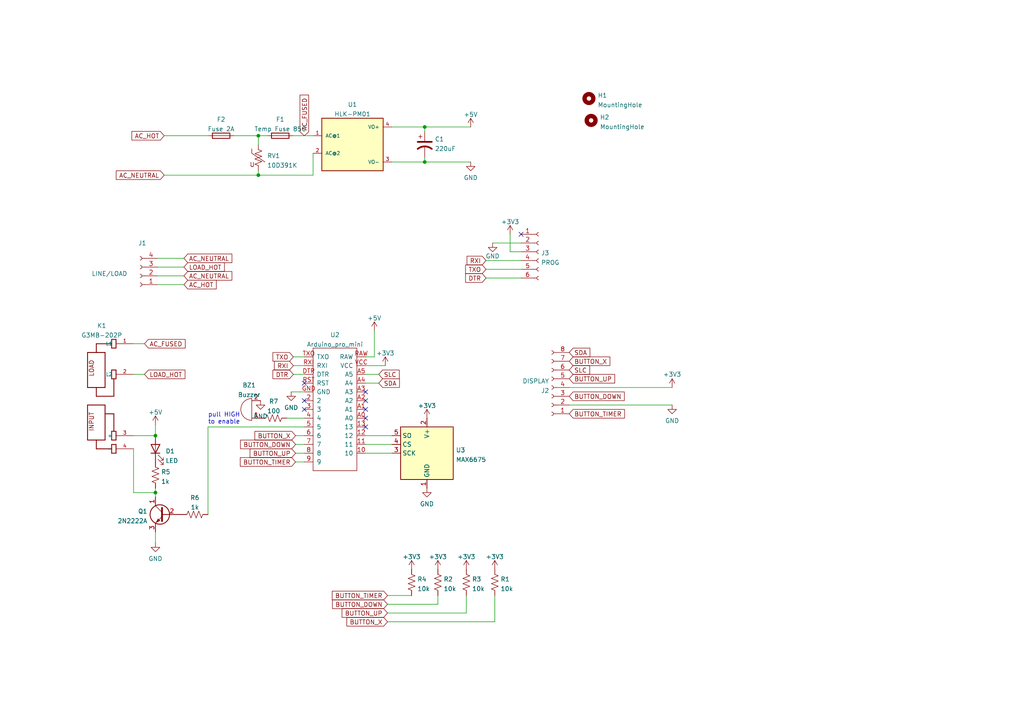
<source format=kicad_sch>
(kicad_sch (version 20211123) (generator eeschema)
  (paper "A4")
  (lib_symbols
    (symbol "!my-kicad-library:Arduino_pro_mini" (pin_names (offset 1.016))
      (property "Reference" "U" (at -15.24 -2.54 0))
      (property "Value" "Arduino_pro_mini" (at 0 -20.32 0))
      (symbol "Arduino_pro_mini_0_1"
        (rectangle (start -6.35 17.78) (end 6.35 -17.78))
      )
      (symbol "Arduino_pro_mini_1_1"
        (pin bidirectional line (at 8.89 -12.7 180) (length 2.54) (name "10") (number "10"))
        (pin bidirectional line (at 8.89 -10.16 180) (length 2.54) (name "11") (number "11"))
        (pin bidirectional line (at 8.89 -7.62 180) (length 2.54) (name "12") (number "12"))
        (pin bidirectional line (at 8.89 -5.08 180) (length 2.54) (name "13") (number "13"))
        (pin bidirectional line (at -8.89 2.54 0) (length 2.54) (name "2") (number "2"))
        (pin bidirectional line (at -8.89 0 0) (length 2.54) (name "3") (number "3"))
        (pin bidirectional line (at -8.89 -2.54 0) (length 2.54) (name "4") (number "4"))
        (pin bidirectional line (at -8.89 -5.08 0) (length 2.54) (name "5") (number "5"))
        (pin bidirectional line (at -8.89 -7.62 0) (length 2.54) (name "6") (number "6"))
        (pin bidirectional line (at -8.89 -10.16 0) (length 2.54) (name "7") (number "7"))
        (pin bidirectional line (at -8.89 -12.7 0) (length 2.54) (name "8") (number "8"))
        (pin bidirectional line (at -8.89 -15.24 0) (length 2.54) (name "9") (number "9"))
        (pin input line (at 8.89 -2.54 180) (length 2.54) (name "A0") (number "A0"))
        (pin input line (at 8.89 0 180) (length 2.54) (name "A1") (number "A1"))
        (pin input line (at 8.89 2.54 180) (length 2.54) (name "A2") (number "A2"))
        (pin input line (at 8.89 5.08 180) (length 2.54) (name "A3") (number "A3"))
        (pin input line (at 8.89 7.62 180) (length 2.54) (name "A4") (number "A4"))
        (pin input line (at 8.89 10.16 180) (length 2.54) (name "A5") (number "A5"))
        (pin input line (at -8.89 10.16 0) (length 2.54) (name "DTR") (number "DTR"))
        (pin power_in line (at -8.89 5.08 0) (length 2.54) (name "GND") (number "GND"))
        (pin power_in line (at 8.89 15.24 180) (length 2.54) (name "RAW") (number "RAW"))
        (pin input line (at -8.89 7.62 0) (length 2.54) (name "RST") (number "RST"))
        (pin input line (at -8.89 12.7 0) (length 2.54) (name "RXI") (number "RXI"))
        (pin input line (at -8.89 15.24 0) (length 2.54) (name "TXO") (number "TXO"))
        (pin power_in line (at 8.89 12.7 180) (length 2.54) (name "VCC") (number "VCC"))
      )
    )
    (symbol "!my-kicad-library:G3MB-202P" (pin_names (offset 1.016))
      (property "Reference" "K" (at -9.5504 5.715 0))
      (property "Value" "G3MB-202P" (at -9.525 -4.445 0))
      (symbol "G3MB-202P_0_0"
        (polyline (pts (xy -16.51 4.445) (xy -16.51 5.715)) (stroke (width 0.254)))
        (polyline (pts (xy -16.51 5.715) (xy -13.97 5.715)) (stroke (width 0.254)))
        (polyline (pts (xy -15.24 4.445) (xy -16.51 4.445)) (stroke (width 0.254)))
        (polyline (pts (xy -15.24 4.445) (xy -15.24 0)) (stroke (width 0.254)))
        (polyline (pts (xy -13.97 4.445) (xy -15.24 4.445)) (stroke (width 0.254)))
        (polyline (pts (xy -13.97 5.715) (xy -13.97 4.445)) (stroke (width 0.254)))
        (polyline (pts (xy -12.7 -2.54) (xy -12.7 0)) (stroke (width 0.254)))
        (polyline (pts (xy -12.7 0) (xy -15.24 0)) (stroke (width 0.254)))
        (polyline (pts (xy -12.7 0) (xy -12.7 2.54)) (stroke (width 0.254)))
        (polyline (pts (xy -12.7 2.54) (xy -5.08 2.54)) (stroke (width 0.254)))
        (polyline (pts (xy -12.7 4.445) (xy -12.7 5.715)) (stroke (width 0.254)))
        (polyline (pts (xy -12.7 5.715) (xy -10.16 5.715)) (stroke (width 0.254)))
        (polyline (pts (xy -10.16 4.445) (xy -12.7 4.445)) (stroke (width 0.254)))
        (polyline (pts (xy -10.16 5.715) (xy -10.16 4.445)) (stroke (width 0.254)))
        (polyline (pts (xy -5.08 2.54) (xy -5.08 5.08)) (stroke (width 0.254)))
        (polyline (pts (xy -5.08 2.54) (xy -2.54 2.54)) (stroke (width 0.254)))
        (polyline (pts (xy -5.08 5.08) (xy -10.16 5.08)) (stroke (width 0.254)))
        (polyline (pts (xy -2.54 -2.54) (xy -12.7 -2.54)) (stroke (width 0.254)))
        (polyline (pts (xy -2.54 2.54) (xy -2.54 -2.54)) (stroke (width 0.254)))
        (polyline (pts (xy 0 0) (xy 0 5.08)) (stroke (width 0.254)))
        (polyline (pts (xy 0 5.08) (xy 5.08 5.08)) (stroke (width 0.254)))
        (polyline (pts (xy 2.54 -2.54) (xy 12.7 -2.54)) (stroke (width 0.254)))
        (polyline (pts (xy 2.54 0) (xy 0 0)) (stroke (width 0.254)))
        (polyline (pts (xy 2.54 0) (xy 2.54 -2.54)) (stroke (width 0.254)))
        (polyline (pts (xy 2.54 2.54) (xy 2.54 0)) (stroke (width 0.254)))
        (polyline (pts (xy 5.08 4.445) (xy 7.62 4.445)) (stroke (width 0.254)))
        (polyline (pts (xy 5.08 5.715) (xy 5.08 4.445)) (stroke (width 0.254)))
        (polyline (pts (xy 7.62 4.445) (xy 7.62 5.715)) (stroke (width 0.254)))
        (polyline (pts (xy 7.62 5.715) (xy 5.08 5.715)) (stroke (width 0.254)))
        (polyline (pts (xy 12.7 -2.54) (xy 12.7 0)) (stroke (width 0.254)))
        (polyline (pts (xy 12.7 0) (xy 12.7 2.54)) (stroke (width 0.254)))
        (polyline (pts (xy 12.7 0) (xy 15.24 0)) (stroke (width 0.254)))
        (polyline (pts (xy 12.7 2.54) (xy 2.54 2.54)) (stroke (width 0.254)))
        (polyline (pts (xy 13.97 4.445) (xy 15.24 4.445)) (stroke (width 0.254)))
        (polyline (pts (xy 13.97 5.715) (xy 13.97 4.445)) (stroke (width 0.254)))
        (polyline (pts (xy 15.24 4.445) (xy 15.24 0)) (stroke (width 0.254)))
        (polyline (pts (xy 15.24 4.445) (xy 16.51 4.445)) (stroke (width 0.254)))
        (polyline (pts (xy 16.51 4.445) (xy 16.51 5.715)) (stroke (width 0.254)))
        (polyline (pts (xy 16.51 5.715) (xy 13.97 5.715)) (stroke (width 0.254)))
        (text "INPUT" (at -10.16 -0.635 0) (effects (font (size 1.27 1.27)) (justify left bottom)))
        (text "LOAD" (at 5.715 -0.635 0) (effects (font (size 1.27 1.27)) (justify left bottom)))
        (pin passive line (at 15.24 10.795 270) (length 5.08) (name "L1") (number "1"))
        (pin passive line (at 6.35 10.795 270) (length 5.08) (name "L2") (number "2"))
        (pin input line (at -11.43 10.795 270) (length 5.08) (name "+") (number "3"))
        (pin input line (at -15.24 10.795 270) (length 5.08) (name "-") (number "4"))
      )
    )
    (symbol "!my-kicad-library:HLK-PM01" (pin_names (offset 1.016))
      (property "Reference" "U" (at -10.16 12.7 0))
      (property "Value" "HLK-PM01" (at -10.16 10.16 0))
      (symbol "HLK-PM01_0_0"
        (rectangle (start -10.16 -7.62) (end 7.62 7.62) (stroke (width 0.254)) (fill (type background)))
        (pin bidirectional line (at -12.7 2.54 0) (length 2.54) (name "AC@1") (number "1"))
        (pin bidirectional line (at -12.7 -2.54 0) (length 2.54) (name "AC@2") (number "2"))
        (pin bidirectional line (at 10.16 -5.08 180) (length 2.54) (name "VO-") (number "3"))
        (pin bidirectional line (at 10.16 5.08 180) (length 2.54) (name "VO+") (number "4"))
      )
    )
    (symbol "!my-kicad-library:MAX6675"
      (property "Reference" "U" (at -7.62 8.89 0))
      (property "Value" "MAX6675" (at 1.27 8.89 0))
      (symbol "MAX6675_0_1"
        (rectangle (start -7.62 7.62) (end 7.62 -7.62) (stroke (width 0.254)) (fill (type background)))
      )
      (symbol "MAX6675_1_1"
        (pin power_in line (at 0 -10.16 90) (length 2.54) (name "GND") (number "1"))
        (pin power_in line (at 0 10.16 270) (length 2.54) (name "V+") (number "2"))
        (pin input line (at 10.16 0 180) (length 2.54) (name "SCK") (number "3"))
        (pin input line (at 10.16 2.54 180) (length 2.54) (name "CS") (number "4"))
        (pin bidirectional line (at 10.16 5.08 180) (length 2.54) (name "SO") (number "5"))
      )
    )
    (symbol "Connector:Conn_01x04_Female" (pin_names (offset 1.016) hide)
      (property "Reference" "J" (at 0 5.08 0))
      (property "Value" "Conn_01x04_Female" (at 0 -7.62 0))
      (symbol "Conn_01x04_Female_1_1"
        (arc (start 0 -4.572) (mid -0.508 -5.08) (end 0 -5.588) (stroke (width 0.1524)))
        (arc (start 0 -2.032) (mid -0.508 -2.54) (end 0 -3.048) (stroke (width 0.1524)))
        (polyline (pts (xy -1.27 -5.08) (xy -0.508 -5.08)) (stroke (width 0.1524)))
        (polyline (pts (xy -1.27 -2.54) (xy -0.508 -2.54)) (stroke (width 0.1524)))
        (polyline (pts (xy -1.27 0) (xy -0.508 0)) (stroke (width 0.1524)))
        (polyline (pts (xy -1.27 2.54) (xy -0.508 2.54)) (stroke (width 0.1524)))
        (arc (start 0 0.508) (mid -0.508 0) (end 0 -0.508) (stroke (width 0.1524)))
        (arc (start 0 3.048) (mid -0.508 2.54) (end 0 2.032) (stroke (width 0.1524)))
        (pin passive line (at -5.08 2.54 0) (length 3.81) (name "Pin_1") (number "1"))
        (pin passive line (at -5.08 0 0) (length 3.81) (name "Pin_2") (number "2"))
        (pin passive line (at -5.08 -2.54 0) (length 3.81) (name "Pin_3") (number "3"))
        (pin passive line (at -5.08 -5.08 0) (length 3.81) (name "Pin_4") (number "4"))
      )
    )
    (symbol "Connector:Conn_01x06_Female" (pin_names (offset 1.016) hide)
      (property "Reference" "J" (at 0 7.62 0))
      (property "Value" "Conn_01x06_Female" (at 0 -10.16 0))
      (symbol "Conn_01x06_Female_1_1"
        (arc (start 0 -7.112) (mid -0.508 -7.62) (end 0 -8.128) (stroke (width 0.1524)))
        (arc (start 0 -4.572) (mid -0.508 -5.08) (end 0 -5.588) (stroke (width 0.1524)))
        (arc (start 0 -2.032) (mid -0.508 -2.54) (end 0 -3.048) (stroke (width 0.1524)))
        (polyline (pts (xy -1.27 -7.62) (xy -0.508 -7.62)) (stroke (width 0.1524)))
        (polyline (pts (xy -1.27 -5.08) (xy -0.508 -5.08)) (stroke (width 0.1524)))
        (polyline (pts (xy -1.27 -2.54) (xy -0.508 -2.54)) (stroke (width 0.1524)))
        (polyline (pts (xy -1.27 0) (xy -0.508 0)) (stroke (width 0.1524)))
        (polyline (pts (xy -1.27 2.54) (xy -0.508 2.54)) (stroke (width 0.1524)))
        (polyline (pts (xy -1.27 5.08) (xy -0.508 5.08)) (stroke (width 0.1524)))
        (arc (start 0 0.508) (mid -0.508 0) (end 0 -0.508) (stroke (width 0.1524)))
        (arc (start 0 3.048) (mid -0.508 2.54) (end 0 2.032) (stroke (width 0.1524)))
        (arc (start 0 5.588) (mid -0.508 5.08) (end 0 4.572) (stroke (width 0.1524)))
        (pin passive line (at -5.08 5.08 0) (length 3.81) (name "Pin_1") (number "1"))
        (pin passive line (at -5.08 2.54 0) (length 3.81) (name "Pin_2") (number "2"))
        (pin passive line (at -5.08 0 0) (length 3.81) (name "Pin_3") (number "3"))
        (pin passive line (at -5.08 -2.54 0) (length 3.81) (name "Pin_4") (number "4"))
        (pin passive line (at -5.08 -5.08 0) (length 3.81) (name "Pin_5") (number "5"))
        (pin passive line (at -5.08 -7.62 0) (length 3.81) (name "Pin_6") (number "6"))
      )
    )
    (symbol "Connector:Conn_01x08_Female" (pin_names (offset 1.016) hide)
      (property "Reference" "J" (at 0 10.16 0))
      (property "Value" "Conn_01x08_Female" (at 0 -12.7 0))
      (symbol "Conn_01x08_Female_1_1"
        (arc (start 0 -9.652) (mid -0.508 -10.16) (end 0 -10.668) (stroke (width 0.1524)))
        (arc (start 0 -7.112) (mid -0.508 -7.62) (end 0 -8.128) (stroke (width 0.1524)))
        (arc (start 0 -4.572) (mid -0.508 -5.08) (end 0 -5.588) (stroke (width 0.1524)))
        (arc (start 0 -2.032) (mid -0.508 -2.54) (end 0 -3.048) (stroke (width 0.1524)))
        (polyline (pts (xy -1.27 -10.16) (xy -0.508 -10.16)) (stroke (width 0.1524)))
        (polyline (pts (xy -1.27 -7.62) (xy -0.508 -7.62)) (stroke (width 0.1524)))
        (polyline (pts (xy -1.27 -5.08) (xy -0.508 -5.08)) (stroke (width 0.1524)))
        (polyline (pts (xy -1.27 -2.54) (xy -0.508 -2.54)) (stroke (width 0.1524)))
        (polyline (pts (xy -1.27 0) (xy -0.508 0)) (stroke (width 0.1524)))
        (polyline (pts (xy -1.27 2.54) (xy -0.508 2.54)) (stroke (width 0.1524)))
        (polyline (pts (xy -1.27 5.08) (xy -0.508 5.08)) (stroke (width 0.1524)))
        (polyline (pts (xy -1.27 7.62) (xy -0.508 7.62)) (stroke (width 0.1524)))
        (arc (start 0 0.508) (mid -0.508 0) (end 0 -0.508) (stroke (width 0.1524)))
        (arc (start 0 3.048) (mid -0.508 2.54) (end 0 2.032) (stroke (width 0.1524)))
        (arc (start 0 5.588) (mid -0.508 5.08) (end 0 4.572) (stroke (width 0.1524)))
        (arc (start 0 8.128) (mid -0.508 7.62) (end 0 7.112) (stroke (width 0.1524)))
        (pin passive line (at -5.08 7.62 0) (length 3.81) (name "Pin_1") (number "1"))
        (pin passive line (at -5.08 5.08 0) (length 3.81) (name "Pin_2") (number "2"))
        (pin passive line (at -5.08 2.54 0) (length 3.81) (name "Pin_3") (number "3"))
        (pin passive line (at -5.08 0 0) (length 3.81) (name "Pin_4") (number "4"))
        (pin passive line (at -5.08 -2.54 0) (length 3.81) (name "Pin_5") (number "5"))
        (pin passive line (at -5.08 -5.08 0) (length 3.81) (name "Pin_6") (number "6"))
        (pin passive line (at -5.08 -7.62 0) (length 3.81) (name "Pin_7") (number "7"))
        (pin passive line (at -5.08 -10.16 0) (length 3.81) (name "Pin_8") (number "8"))
      )
    )
    (symbol "Device:Buzzer" (pin_names (offset 0.0254) hide)
      (property "Reference" "BZ" (at 3.81 1.27 0))
      (property "Value" "Buzzer" (at 3.81 -1.27 0))
      (symbol "Buzzer_0_1"
        (arc (start 0 -3.175) (mid 3.175 0) (end 0 3.175))
        (polyline (pts (xy -1.651 1.905) (xy -1.143 1.905)))
        (polyline (pts (xy -1.397 2.159) (xy -1.397 1.651)))
        (polyline (pts (xy 0 3.175) (xy 0 -3.175)))
      )
      (symbol "Buzzer_1_1"
        (pin passive line (at -2.54 2.54 0) (length 2.54) (name "-") (number "1"))
        (pin passive line (at -2.54 -2.54 0) (length 2.54) (name "+") (number "2"))
      )
    )
    (symbol "Device:C_Polarized_US" (pin_numbers hide) (pin_names (offset 0.254) hide)
      (property "Reference" "C" (at 0.635 2.54 0))
      (property "Value" "C_Polarized_US" (at 0.635 -2.54 0))
      (symbol "C_Polarized_US_0_1"
        (polyline (pts (xy -2.032 0.762) (xy 2.032 0.762)) (stroke (width 0.508)))
        (polyline (pts (xy -1.778 2.286) (xy -0.762 2.286)))
        (polyline (pts (xy -1.27 1.778) (xy -1.27 2.794)))
        (arc (start 2.032 -1.27) (mid 0 -0.5572) (end -2.032 -1.27) (stroke (width 0.508)))
      )
      (symbol "C_Polarized_US_1_1"
        (pin passive line (at 0 3.81 270) (length 2.794) (name "~") (number "1"))
        (pin passive line (at 0 -3.81 90) (length 3.302) (name "~") (number "2"))
      )
    )
    (symbol "Device:Fuse" (pin_numbers hide) (pin_names (offset 0))
      (property "Reference" "F" (at 2.032 0 90))
      (property "Value" "Fuse" (at -1.905 0 90))
      (symbol "Fuse_0_1"
        (rectangle (start -0.762 -2.54) (end 0.762 2.54) (stroke (width 0.254)))
        (polyline (pts (xy 0 2.54) (xy 0 -2.54)))
      )
      (symbol "Fuse_1_1"
        (pin passive line (at 0 3.81 270) (length 1.27) (name "~") (number "1"))
        (pin passive line (at 0 -3.81 90) (length 1.27) (name "~") (number "2"))
      )
    )
    (symbol "Device:LED" (pin_numbers hide) (pin_names (offset 1.016) hide)
      (property "Reference" "D" (at 0 2.54 0))
      (property "Value" "LED" (at 0 -2.54 0))
      (symbol "LED_0_1"
        (polyline (pts (xy -1.27 -1.27) (xy -1.27 1.27)) (stroke (width 0.254)))
        (polyline (pts (xy -1.27 0) (xy 1.27 0)))
        (polyline (pts (xy 1.27 -1.27) (xy 1.27 1.27) (xy -1.27 0) (xy 1.27 -1.27)) (stroke (width 0.254)))
        (polyline (pts (xy -3.048 -0.762) (xy -4.572 -2.286) (xy -3.81 -2.286) (xy -4.572 -2.286) (xy -4.572 -1.524)))
        (polyline (pts (xy -1.778 -0.762) (xy -3.302 -2.286) (xy -2.54 -2.286) (xy -3.302 -2.286) (xy -3.302 -1.524)))
      )
      (symbol "LED_1_1"
        (pin passive line (at -3.81 0 0) (length 2.54) (name "K") (number "1"))
        (pin passive line (at 3.81 0 180) (length 2.54) (name "A") (number "2"))
      )
    )
    (symbol "Device:Q_NPN_CBE" (pin_names (offset 0) hide)
      (property "Reference" "Q" (at 5.08 1.27 0))
      (property "Value" "Q_NPN_CBE" (at 5.08 -1.27 0))
      (symbol "Q_NPN_CBE_0_1"
        (polyline (pts (xy 0.635 0.635) (xy 2.54 2.54)))
        (polyline (pts (xy 0.635 -0.635) (xy 2.54 -2.54) (xy 2.54 -2.54)))
        (polyline (pts (xy 0.635 1.905) (xy 0.635 -1.905) (xy 0.635 -1.905)) (stroke (width 0.508)))
        (polyline (pts (xy 1.27 -1.778) (xy 1.778 -1.27) (xy 2.286 -2.286) (xy 1.27 -1.778) (xy 1.27 -1.778)) (fill (type outline)))
        (circle (center 1.27 0) (radius 2.8194) (stroke (width 0.254)))
      )
      (symbol "Q_NPN_CBE_1_1"
        (pin passive line (at 2.54 5.08 270) (length 2.54) (name "C") (number "1"))
        (pin input line (at -5.08 0 0) (length 5.715) (name "B") (number "2"))
        (pin passive line (at 2.54 -5.08 90) (length 2.54) (name "E") (number "3"))
      )
    )
    (symbol "Device:R_US" (pin_numbers hide) (pin_names (offset 0))
      (property "Reference" "R" (at 2.54 0 90))
      (property "Value" "R_US" (at -2.54 0 90))
      (symbol "R_US_0_1"
        (polyline (pts (xy 0 -2.286) (xy 0 -2.54)))
        (polyline (pts (xy 0 2.286) (xy 0 2.54)))
        (polyline (pts (xy 0 -0.762) (xy 1.016 -1.143) (xy 0 -1.524) (xy -1.016 -1.905) (xy 0 -2.286)))
        (polyline (pts (xy 0 0.762) (xy 1.016 0.381) (xy 0 0) (xy -1.016 -0.381) (xy 0 -0.762)))
        (polyline (pts (xy 0 2.286) (xy 1.016 1.905) (xy 0 1.524) (xy -1.016 1.143) (xy 0 0.762)))
      )
      (symbol "R_US_1_1"
        (pin passive line (at 0 3.81 270) (length 1.27) (name "~") (number "1"))
        (pin passive line (at 0 -3.81 90) (length 1.27) (name "~") (number "2"))
      )
    )
    (symbol "Device:Varistor_US" (pin_numbers hide) (pin_names (offset 0))
      (property "Reference" "RV" (at 3.175 0 90))
      (property "Value" "Varistor_US" (at -3.175 0 90))
      (symbol "Varistor_US_0_0"
        (text "U" (at -1.778 -2.032 0) (effects (font (size 1.27 1.27))))
      )
      (symbol "Varistor_US_0_1"
        (polyline (pts (xy 0 -2.286) (xy 0 -2.54)))
        (polyline (pts (xy 0 2.286) (xy 0 2.54)))
        (polyline (pts (xy -1.905 2.54) (xy -1.905 1.27) (xy 1.905 -1.27)))
        (polyline (pts (xy 0 -0.762) (xy 1.016 -1.143) (xy 0 -1.524) (xy -1.016 -1.905) (xy 0 -2.286)))
        (polyline (pts (xy 0 0.762) (xy 1.016 0.381) (xy 0 0) (xy -1.016 -0.381) (xy 0 -0.762)))
        (polyline (pts (xy 0 2.286) (xy 1.016 1.905) (xy 0 1.524) (xy -1.016 1.143) (xy 0 0.762)))
      )
      (symbol "Varistor_US_1_1"
        (pin passive line (at 0 3.81 270) (length 1.27) (name "~") (number "1"))
        (pin passive line (at 0 -3.81 90) (length 1.27) (name "~") (number "2"))
      )
    )
    (symbol "Mechanical:MountingHole" (pin_names (offset 1.016))
      (property "Reference" "H" (at 0 5.08 0))
      (property "Value" "MountingHole" (at 0 3.175 0))
      (symbol "MountingHole_0_1"
        (circle (center 0 0) (radius 1.27) (stroke (width 1.27)))
      )
    )
    (symbol "power:+3.3V" (power) (pin_names (offset 0))
      (property "Value" "+3.3V" (at 0 3.556 0))
      (symbol "+3.3V_0_1"
        (polyline (pts (xy -0.762 1.27) (xy 0 2.54)))
        (polyline (pts (xy 0 0) (xy 0 2.54)))
        (polyline (pts (xy 0 2.54) (xy 0.762 1.27)))
      )
      (symbol "+3.3V_1_1"
        (pin power_in line (at 0 0 90) (length 0) hide (name "+3V3") (number "1"))
      )
    )
    (symbol "power:+5V" (power) (pin_names (offset 0))
      (property "Value" "+5V" (at 0 3.556 0))
      (symbol "+5V_0_1"
        (polyline (pts (xy -0.762 1.27) (xy 0 2.54)))
        (polyline (pts (xy 0 0) (xy 0 2.54)))
        (polyline (pts (xy 0 2.54) (xy 0.762 1.27)))
      )
      (symbol "+5V_1_1"
        (pin power_in line (at 0 0 90) (length 0) hide (name "+5V") (number "1"))
      )
    )
    (symbol "power:GND" (power) (pin_names (offset 0))
      (property "Value" "GND" (at 0 -3.81 0))
      (symbol "GND_0_1"
        (polyline (pts (xy 0 0) (xy 0 -1.27) (xy 1.27 -1.27) (xy 0 -2.54) (xy -1.27 -1.27) (xy 0 -1.27)))
      )
      (symbol "GND_1_1"
        (pin power_in line (at 0 0 270) (length 0) hide (name "GND") (number "1"))
      )
    )
  )
  (junction (at 74.93 50.8))
  (junction (at 74.93 39.37))
  (junction (at 123.19 46.99))
  (junction (at 45.085 126.365))
  (junction (at 123.19 36.83))
  (junction (at 45.085 142.875))
  (no_connect (at 88.265 111.125))
  (no_connect (at 151.13 67.945))
  (no_connect (at 106.045 123.825))
  (no_connect (at 106.045 121.285))
  (no_connect (at 106.045 118.745))
  (no_connect (at 106.045 116.205))
  (no_connect (at 106.045 113.665))
  (no_connect (at 88.265 118.745))
  (no_connect (at 88.265 116.205))
  (wire (pts (xy 106.045 106.045) (xy 111.76 106.045)))
  (wire (pts (xy 74.93 39.37) (xy 74.93 41.91)))
  (wire (pts (xy 112.395 177.8) (xy 135.255 177.8)))
  (wire (pts (xy 140.97 78.105) (xy 151.13 78.105)))
  (wire (pts (xy 143.51 172.72) (xy 143.51 180.34)))
  (wire (pts (xy 165.1 117.475) (xy 194.945 117.475)))
  (wire (pts (xy 123.19 36.83) (xy 136.525 36.83)))
  (wire (pts (xy 60.325 123.825) (xy 60.325 149.225)))
  (wire (pts (xy 123.19 45.72) (xy 123.19 46.99)))
  (wire (pts (xy 123.19 46.99) (xy 113.665 46.99)))
  (wire (pts (xy 90.805 50.8) (xy 74.93 50.8)))
  (wire (pts (xy 38.735 130.175) (xy 38.735 142.875)))
  (wire (pts (xy 90.805 44.45) (xy 90.805 50.8)))
  (wire (pts (xy 85.725 133.985) (xy 88.265 133.985)))
  (wire (pts (xy 45.085 123.19) (xy 45.085 126.365)))
  (wire (pts (xy 123.19 36.83) (xy 113.665 36.83)))
  (wire (pts (xy 45.085 141.605) (xy 45.085 142.875)))
  (wire (pts (xy 112.395 172.72) (xy 119.38 172.72)))
  (wire (pts (xy 53.34 82.55) (xy 45.72 82.55)))
  (wire (pts (xy 45.085 157.48) (xy 45.085 154.305)))
  (wire (pts (xy 127 175.26) (xy 127 172.72)))
  (wire (pts (xy 47.625 50.8) (xy 74.93 50.8)))
  (wire (pts (xy 85.725 126.365) (xy 88.265 126.365)))
  (wire (pts (xy 53.34 80.01) (xy 45.72 80.01)))
  (wire (pts (xy 113.665 126.365) (xy 106.045 126.365)))
  (wire (pts (xy 47.625 39.37) (xy 60.325 39.37)))
  (wire (pts (xy 113.665 131.445) (xy 106.045 131.445)))
  (wire (pts (xy 41.91 99.695) (xy 38.735 99.695)))
  (wire (pts (xy 109.855 111.125) (xy 106.045 111.125)))
  (wire (pts (xy 140.97 75.565) (xy 151.13 75.565)))
  (wire (pts (xy 85.725 128.905) (xy 88.265 128.905)))
  (wire (pts (xy 85.725 131.445) (xy 88.265 131.445)))
  (wire (pts (xy 74.93 39.37) (xy 77.47 39.37)))
  (wire (pts (xy 84.455 113.665) (xy 88.265 113.665)))
  (wire (pts (xy 147.955 73.025) (xy 147.955 67.945)))
  (wire (pts (xy 67.945 39.37) (xy 74.93 39.37)))
  (wire (pts (xy 85.09 108.585) (xy 88.265 108.585)))
  (wire (pts (xy 165.1 112.395) (xy 194.945 112.395)))
  (wire (pts (xy 123.19 38.1) (xy 123.19 36.83)))
  (wire (pts (xy 45.085 126.365) (xy 38.735 126.365)))
  (wire (pts (xy 140.97 80.645) (xy 151.13 80.645)))
  (wire (pts (xy 108.585 103.505) (xy 106.045 103.505)))
  (wire (pts (xy 109.855 108.585) (xy 106.045 108.585)))
  (wire (pts (xy 53.34 77.47) (xy 45.72 77.47)))
  (wire (pts (xy 142.875 70.485) (xy 151.13 70.485)))
  (wire (pts (xy 151.13 73.025) (xy 147.955 73.025)))
  (wire (pts (xy 53.34 74.93) (xy 45.72 74.93)))
  (wire (pts (xy 45.085 142.875) (xy 45.085 144.145)))
  (wire (pts (xy 85.09 106.045) (xy 88.265 106.045)))
  (wire (pts (xy 88.265 123.825) (xy 60.325 123.825)))
  (wire (pts (xy 83.185 121.285) (xy 88.265 121.285)))
  (wire (pts (xy 74.93 50.8) (xy 74.93 49.53)))
  (wire (pts (xy 135.255 177.8) (xy 135.255 172.72)))
  (wire (pts (xy 85.09 39.37) (xy 90.805 39.37)))
  (wire (pts (xy 136.525 46.99) (xy 123.19 46.99)))
  (wire (pts (xy 38.735 142.875) (xy 45.085 142.875)))
  (wire (pts (xy 113.665 128.905) (xy 106.045 128.905)))
  (wire (pts (xy 112.395 180.34) (xy 143.51 180.34)))
  (wire (pts (xy 112.395 175.26) (xy 127 175.26)))
  (wire (pts (xy 41.91 108.585) (xy 38.735 108.585)))
  (wire (pts (xy 108.585 95.885) (xy 108.585 103.505)))
  (wire (pts (xy 85.09 103.505) (xy 88.265 103.505)))
  (text "pull HIGH\nto enable" (at 60.325 123.19 0) (effects (font (size 1.27 1.27)) (justify left bottom)))
  (global_label "LOAD_HOT" (shape input) (at 53.34 77.47 0) (property "Intersheet References" "${INTERSHEET_REFS}" (effects hide)))
  (global_label "AC_FUSED" (shape input) (at 41.91 99.695 0) (property "Intersheet References" "${INTERSHEET_REFS}" (effects hide)))
  (global_label "RXI" (shape input) (at 85.09 106.045 180) (property "Intersheet References" "${INTERSHEET_REFS}" (effects hide)))
  (global_label "BUTTON_X" (shape input) (at 165.1 104.775 0) (property "Intersheet References" "${INTERSHEET_REFS}" (effects hide)))
  (global_label "TXO" (shape input) (at 140.97 78.105 180) (property "Intersheet References" "${INTERSHEET_REFS}" (effects hide)))
  (global_label "BUTTON_TIMER" (shape input) (at 112.395 172.72 180) (property "Intersheet References" "${INTERSHEET_REFS}" (effects hide)))
  (global_label "AC_NEUTRAL" (shape input) (at 53.34 80.01 0) (property "Intersheet References" "${INTERSHEET_REFS}" (effects hide)))
  (global_label "BUTTON_X" (shape input) (at 112.395 180.34 180) (property "Intersheet References" "${INTERSHEET_REFS}" (effects hide)))
  (global_label "BUTTON_DOWN" (shape input) (at 85.725 128.905 180) (property "Intersheet References" "${INTERSHEET_REFS}" (effects hide)))
  (global_label "BUTTON_UP" (shape input) (at 85.725 131.445 180) (property "Intersheet References" "${INTERSHEET_REFS}" (effects hide)))
  (global_label "BUTTON_DOWN" (shape input) (at 112.395 175.26 180) (property "Intersheet References" "${INTERSHEET_REFS}" (effects hide)))
  (global_label "AC_NEUTRAL" (shape input) (at 47.625 50.8 180) (property "Intersheet References" "${INTERSHEET_REFS}" (effects hide)))
  (global_label "SLC" (shape input) (at 165.1 107.315 0) (property "Intersheet References" "${INTERSHEET_REFS}" (effects hide)))
  (global_label "BUTTON_X" (shape input) (at 85.725 126.365 180) (property "Intersheet References" "${INTERSHEET_REFS}" (effects hide)))
  (global_label "LOAD_HOT" (shape input) (at 41.91 108.585 0) (property "Intersheet References" "${INTERSHEET_REFS}" (effects hide)))
  (global_label "DTR" (shape input) (at 140.97 80.645 180) (property "Intersheet References" "${INTERSHEET_REFS}" (effects hide)))
  (global_label "BUTTON_TIMER" (shape input) (at 165.1 120.015 0) (property "Intersheet References" "${INTERSHEET_REFS}" (effects hide)))
  (global_label "BUTTON_UP" (shape input) (at 112.395 177.8 180) (property "Intersheet References" "${INTERSHEET_REFS}" (effects hide)))
  (global_label "BUTTON_DOWN" (shape input) (at 165.1 114.935 0) (property "Intersheet References" "${INTERSHEET_REFS}" (effects hide)))
  (global_label "SLC" (shape input) (at 109.855 108.585 0) (property "Intersheet References" "${INTERSHEET_REFS}" (effects hide)))
  (global_label "AC_FUSED" (shape input) (at 88.265 39.37 90) (property "Intersheet References" "${INTERSHEET_REFS}" (effects hide)))
  (global_label "SDA" (shape input) (at 109.855 111.125 0) (property "Intersheet References" "${INTERSHEET_REFS}" (effects hide)))
  (global_label "TXO" (shape input) (at 85.09 103.505 180) (property "Intersheet References" "${INTERSHEET_REFS}" (effects hide)))
  (global_label "SDA" (shape input) (at 165.1 102.235 0) (property "Intersheet References" "${INTERSHEET_REFS}" (effects hide)))
  (global_label "RXI" (shape input) (at 140.97 75.565 180) (property "Intersheet References" "${INTERSHEET_REFS}" (effects hide)))
  (global_label "AC_NEUTRAL" (shape input) (at 53.34 74.93 0) (property "Intersheet References" "${INTERSHEET_REFS}" (effects hide)))
  (global_label "AC_HOT" (shape input) (at 53.34 82.55 0) (property "Intersheet References" "${INTERSHEET_REFS}" (effects hide)))
  (global_label "AC_HOT" (shape input) (at 47.625 39.37 180) (property "Intersheet References" "${INTERSHEET_REFS}" (effects hide)))
  (global_label "DTR" (shape input) (at 85.09 108.585 180) (property "Intersheet References" "${INTERSHEET_REFS}" (effects hide)))
  (global_label "BUTTON_UP" (shape input) (at 165.1 109.855 0) (property "Intersheet References" "${INTERSHEET_REFS}" (effects hide)))
  (global_label "BUTTON_TIMER" (shape input) (at 85.725 133.985 180) (property "Intersheet References" "${INTERSHEET_REFS}" (effects hide)))
  (symbol (lib_id "Device:Fuse") (at 64.135 39.37 90) (unit 1)
    (property "Reference" "F2" (at 64.135 34.6415 90))
    (property "Value" "Fuse 2A" (at 64.135 37.4166 90))
    (property "Footprint" "Resistor_THT:R_Axial_DIN0414_L11.9mm_D4.5mm_P5.08mm_Vertical" (effects hide))
  )
  (symbol (lib_id "power:GND") (at 123.825 141.605 0) (mirror y) (unit 1)
    (property "Reference" "#PWR0107" (effects hide))
    (property "Value" "GND" (at 123.825 146.1675 0))
  )
  (symbol (lib_id "power:+5V") (at 108.585 95.885 0) (unit 1)
    (property "Reference" "#PWR0103" (effects hide))
    (property "Value" "+5V" (at 108.585 92.2805 0))
  )
  (symbol (lib_id "Device:Buzzer") (at 73.025 118.745 180) (unit 1)
    (property "Reference" "BZ1" (at 72.263 111.7305 0))
    (property "Value" "Buzzer" (at 72.263 114.5056 0))
    (property "Footprint" "!my-kicad-library:Buzzer-GT-0905A" (effects hide))
  )
  (symbol (lib_id "Device:C_Polarized_US") (at 123.19 41.91 0) (unit 1)
    (property "Reference" "C1" (at 126.111 40.3665 0) (effects (justify left)))
    (property "Value" "220uF" (at 126.111 43.1416 0) (effects (justify left)))
    (property "Footprint" "Capacitor_THT:CP_Radial_D8.0mm_P5.00mm" (effects hide))
  )
  (symbol (lib_id "Device:Varistor_US") (at 74.93 45.72 0) (unit 1)
    (property "Reference" "RV1" (at 77.47 45.1878 0) (effects (justify left)))
    (property "Value" "10D391K" (at 77.47 47.9629 0) (effects (justify left)))
    (property "Footprint" "Varistor:RV_Disc_D12mm_W3.9mm_P7.5mm" (effects hide))
  )
  (symbol (lib_id "Device:R_US") (at 143.51 168.91 0) (unit 1)
    (property "Reference" "R1" (at 145.161 168.0015 0) (effects (justify left)))
    (property "Value" "10k" (at 145.161 170.7766 0) (effects (justify left)))
    (property "Footprint" "Resistor_THT:R_Axial_DIN0204_L3.6mm_D1.6mm_P7.62mm_Horizontal" (effects hide))
  )
  (symbol (lib_id "power:+3.3V") (at 194.945 112.395 0) (unit 1)
    (property "Reference" "#PWR0108" (effects hide))
    (property "Value" "+3.3V" (at 194.945 108.585 0))
  )
  (symbol (lib_id "power:GND") (at 75.565 116.205 0) (unit 1)
    (property "Reference" "#PWR0118" (effects hide))
    (property "Value" "GND" (at 75.565 120.7675 0))
  )
  (symbol (lib_id "Device:R_US") (at 127 168.91 0) (unit 1)
    (property "Reference" "R2" (at 128.651 168.0015 0) (effects (justify left)))
    (property "Value" "10k" (at 128.651 170.7766 0) (effects (justify left)))
    (property "Footprint" "Resistor_THT:R_Axial_DIN0204_L3.6mm_D1.6mm_P7.62mm_Horizontal" (effects hide))
  )
  (symbol (lib_id "!my-kicad-library:HLK-PM01") (at 103.505 41.91 0) (unit 1)
    (property "Reference" "U1" (at 102.235 30.3235 0))
    (property "Value" "HLK-PM01" (at 102.235 33.0986 0))
    (property "Footprint" "!my-kicad-library:HLK-PM01" (effects hide))
  )
  (symbol (lib_id "Device:R_US") (at 119.38 168.91 0) (unit 1)
    (property "Reference" "R4" (at 121.031 168.0015 0) (effects (justify left)))
    (property "Value" "10k" (at 121.031 170.7766 0) (effects (justify left)))
    (property "Footprint" "Resistor_THT:R_Axial_DIN0204_L3.6mm_D1.6mm_P7.62mm_Horizontal" (effects hide))
  )
  (symbol (lib_id "Device:R_US") (at 45.085 137.795 0) (unit 1)
    (property "Reference" "R5" (at 46.736 136.8865 0) (effects (justify left)))
    (property "Value" "1k" (at 46.736 139.6616 0) (effects (justify left)))
    (property "Footprint" "Resistor_THT:R_Axial_DIN0204_L3.6mm_D1.6mm_P7.62mm_Horizontal" (effects hide))
  )
  (symbol (lib_id "Device:Q_NPN_CBE") (at 47.625 149.225 0) (mirror y) (unit 1)
    (property "Reference" "Q1" (at 42.7737 148.3165 0) (effects (justify left)))
    (property "Value" "2N2222A" (at 42.7737 151.0916 0) (effects (justify left)))
    (property "Footprint" "Package_TO_SOT_THT:TO-92L_Wide" (effects hide))
  )
  (symbol (lib_id "power:+5V") (at 136.525 36.83 0) (unit 1)
    (property "Reference" "#PWR0101" (effects hide))
    (property "Value" "+5V" (at 136.525 33.2255 0))
  )
  (symbol (lib_id "power:+3.3V") (at 143.51 165.1 0) (unit 1)
    (property "Reference" "#PWR0116" (effects hide))
    (property "Value" "+3.3V" (at 143.51 161.4955 0))
  )
  (symbol (lib_id "power:GND") (at 194.945 117.475 0) (unit 1)
    (property "Reference" "#PWR0109" (effects hide))
    (property "Value" "GND" (at 194.945 122.0375 0))
  )
  (symbol (lib_id "Connector:Conn_01x04_Female") (at 40.64 80.01 180) (unit 1)
    (property "Reference" "J1" (at 41.275 70.5063 0))
    (property "Value" "LINE/LOAD" (at 31.75 79.375 0))
    (property "Footprint" "!my-kicad-library:WAGO_250-204_4_terminalblock" (effects hide))
  )
  (symbol (lib_id "!my-kicad-library:Arduino_pro_mini") (at 97.155 118.745 0) (unit 1)
    (property "Reference" "U2" (at 97.155 97.1255 0))
    (property "Value" "Arduino_pro_mini" (at 97.155 99.9006 0))
    (property "Footprint" "!my-kicad-library:ARDUINO_PRO_MINI" (effects hide))
  )
  (symbol (lib_id "!my-kicad-library:MAX6675") (at 123.825 131.445 0) (mirror y) (unit 1)
    (property "Reference" "U3" (at 132.207 130.5365 0) (effects (justify right)))
    (property "Value" "MAX6675" (at 132.207 133.3116 0) (effects (justify right)))
    (property "Footprint" "!my-kicad-library:Thermocouple module" (effects hide))
    (property "Datasheet" "https://datasheets.maximintegrated.com/en/ds/MAX6675.pdf" (effects hide))
  )
  (symbol (lib_id "power:+3.3V") (at 127 165.1 0) (unit 1)
    (property "Reference" "#PWR0111" (effects hide))
    (property "Value" "+3.3V" (at 127 161.4955 0))
  )
  (symbol (lib_id "Device:Fuse") (at 81.28 39.37 90) (unit 1)
    (property "Reference" "F1" (at 81.28 34.6415 90))
    (property "Value" "Temp Fuse 85C" (at 81.28 37.4166 90))
    (property "Footprint" "Resistor_THT:R_Axial_DIN0414_L11.9mm_D4.5mm_P5.08mm_Vertical" (effects hide))
  )
  (symbol (lib_id "power:+5V") (at 45.085 123.19 0) (unit 1)
    (property "Reference" "#PWR0110" (effects hide))
    (property "Value" "+5V" (at 45.085 119.5855 0))
  )
  (symbol (lib_id "power:GND") (at 84.455 113.665 0) (unit 1)
    (property "Reference" "#PWR0104" (effects hide))
    (property "Value" "GND" (at 84.455 118.2275 0))
  )
  (symbol (lib_id "Mechanical:MountingHole") (at 171.45 34.925 0) (unit 1)
    (property "Reference" "H2" (at 173.99 34.0165 0) (effects (justify left)))
    (property "Value" "MountingHole" (at 173.99 36.7916 0) (effects (justify left)))
    (property "Footprint" "MountingHole:MountingHole_3.2mm_M3" (effects hide))
  )
  (symbol (lib_id "power:GND") (at 45.085 157.48 0) (mirror y) (unit 1)
    (property "Reference" "#PWR0117" (effects hide))
    (property "Value" "GND" (at 45.085 162.0425 0))
  )
  (symbol (lib_id "power:+3.3V") (at 147.955 67.945 0) (unit 1)
    (property "Reference" "#PWR0114" (effects hide))
    (property "Value" "+3.3V" (at 147.955 64.3405 0))
  )
  (symbol (lib_id "power:+3.3V") (at 111.76 106.045 0) (unit 1)
    (property "Reference" "#PWR0105" (effects hide))
    (property "Value" "+3.3V" (at 111.76 102.4405 0))
  )
  (symbol (lib_id "power:+3.3V") (at 119.38 165.1 0) (unit 1)
    (property "Reference" "#PWR0113" (effects hide))
    (property "Value" "+3.3V" (at 119.38 161.4955 0))
  )
  (symbol (lib_id "!my-kicad-library:G3MB-202P") (at 27.94 114.935 270) (mirror x) (unit 1)
    (property "Reference" "K1" (at 29.5275 94.4585 90))
    (property "Value" "G3MB-202P" (at 29.5275 97.2336 90))
    (property "Footprint" "!my-kicad-library:RELAY_G3MB-202P" (effects hide))
    (property "Datasheet" "https://www.openhacks.com/uploadsproductos/g3mb-ssr-datasheet.pdf" (effects hide))
    (property "MANUFACTURER" "Omron" (effects hide))
  )
  (symbol (lib_id "Device:R_US") (at 135.255 168.91 0) (unit 1)
    (property "Reference" "R3" (at 136.906 168.0015 0) (effects (justify left)))
    (property "Value" "10k" (at 136.906 170.7766 0) (effects (justify left)))
    (property "Footprint" "Resistor_THT:R_Axial_DIN0204_L3.6mm_D1.6mm_P7.62mm_Horizontal" (effects hide))
  )
  (symbol (lib_id "Device:LED") (at 45.085 130.175 90) (unit 1)
    (property "Reference" "D1" (at 48.006 130.854 90) (effects (justify right)))
    (property "Value" "LED" (at 48.006 133.6291 90) (effects (justify right)))
    (property "Footprint" "LED_THT:LED_D5.0mm" (effects hide))
  )
  (symbol (lib_id "power:GND") (at 142.875 70.485 0) (unit 1)
    (property "Reference" "#PWR0115" (effects hide))
    (property "Value" "GND" (at 142.875 74.295 0))
  )
  (symbol (lib_id "Device:R_US") (at 79.375 121.285 90) (unit 1)
    (property "Reference" "R7" (at 79.375 116.4295 90))
    (property "Value" "100" (at 79.375 119.2046 90))
    (property "Footprint" "Resistor_THT:R_Axial_DIN0204_L3.6mm_D1.6mm_P7.62mm_Horizontal" (effects hide))
  )
  (symbol (lib_id "power:+3.3V") (at 135.255 165.1 0) (unit 1)
    (property "Reference" "#PWR0112" (effects hide))
    (property "Value" "+3.3V" (at 135.255 161.4955 0))
  )
  (symbol (lib_id "power:GND") (at 136.525 46.99 0) (unit 1)
    (property "Reference" "#PWR0102" (effects hide))
    (property "Value" "GND" (at 136.525 51.5525 0))
  )
  (symbol (lib_id "power:+3.3V") (at 123.825 121.285 0) (mirror y) (unit 1)
    (property "Reference" "#PWR0106" (effects hide))
    (property "Value" "+3.3V" (at 123.825 117.6805 0))
  )
  (symbol (lib_id "Connector:Conn_01x06_Female") (at 156.21 73.025 0) (unit 1)
    (property "Reference" "J3" (at 156.9212 73.3865 0) (effects (justify left)))
    (property "Value" "PROG" (at 156.9212 76.1616 0) (effects (justify left)))
    (property "Footprint" "!my-kicad-library:Connector_Mini-DIN_Female_6Pin_2rows" (effects hide))
  )
  (symbol (lib_id "Connector:Conn_01x08_Female") (at 160.02 112.395 180) (unit 1)
    (property "Reference" "J2" (at 159.3088 113.3035 0) (effects (justify left)))
    (property "Value" "DISPLAY" (at 159.3088 110.5284 0) (effects (justify left)))
    (property "Footprint" "Connector_IDC:IDC-Header_2x04_P2.54mm_Vertical" (effects hide))
  )
  (symbol (lib_id "Device:R_US") (at 56.515 149.225 90) (unit 1)
    (property "Reference" "R6" (at 56.515 144.3695 90))
    (property "Value" "1k" (at 56.515 147.1446 90))
    (property "Footprint" "Resistor_THT:R_Axial_DIN0204_L3.6mm_D1.6mm_P7.62mm_Horizontal" (effects hide))
  )
  (symbol (lib_id "Mechanical:MountingHole") (at 170.815 28.575 0) (unit 1)
    (property "Reference" "H1" (at 173.355 27.6665 0) (effects (justify left)))
    (property "Value" "MountingHole" (at 173.355 30.4416 0) (effects (justify left)))
    (property "Footprint" "MountingHole:MountingHole_3.2mm_M3" (effects hide))
  )
)
</source>
